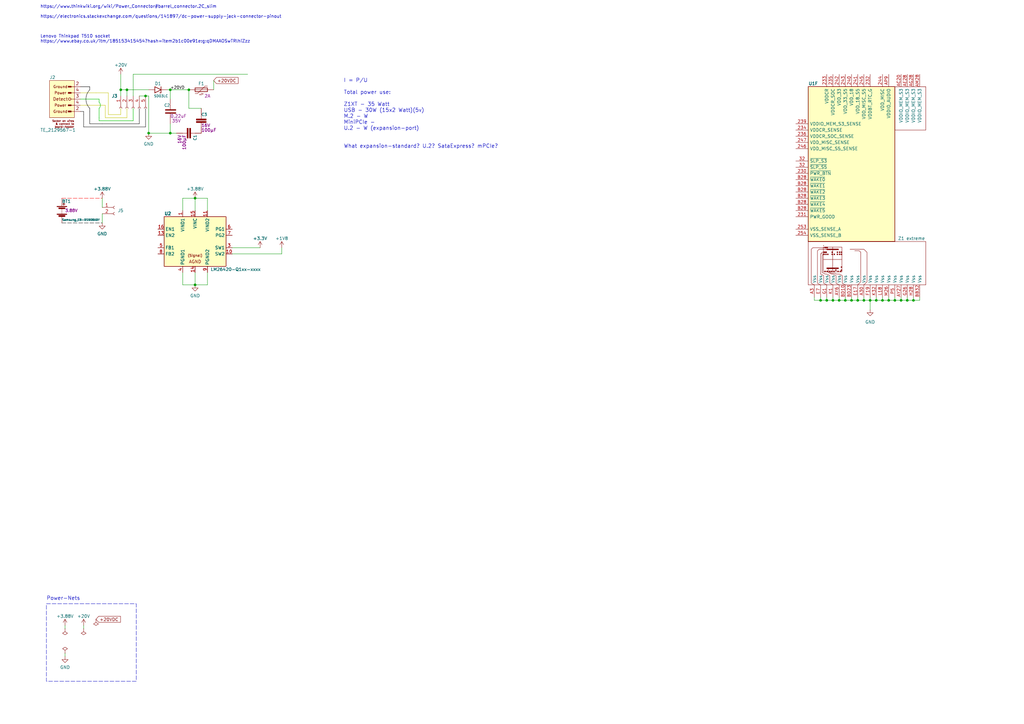
<source format=kicad_sch>
(kicad_sch (version 20230121) (generator eeschema)
  (paper "A3")
  (title_block (date "2023-05-06") (rev "A-A"))
  (junction (at 354.33 123.19))
  (junction (at 372.11 123.19))
  (junction (at 349.25 123.19))
  (junction (at 346.71 123.19))
  (junction (at 60.96 54.61))
  (junction (at 351.79 123.19))
  (junction (at 356.87 123.19))
  (junction (at 80.01 81.28))
  (junction (at 364.49 123.19))
  (junction (at 69.85 36.83))
  (junction (at 344.17 123.19))
  (junction (at 341.63 123.19))
  (junction (at 69.85 54.61))
  (junction (at 52.07 36.83))
  (junction (at 59.69 39.37))
  (junction (at 361.95 123.19))
  (junction (at 336.55 123.19))
  (junction (at 374.65 123.19))
  (junction (at 359.41 123.19))
  (junction (at 77.47 36.83))
  (junction (at 339.09 123.19))
  (junction (at 369.57 123.19))
  (junction (at 80.01 116.84))
  (junction (at 49.53 36.83))
  (junction (at 367.03 123.19))
  (wire (pts (xy 356.87 123.19) (xy 359.41 123.19)))
  (polyline (pts (xy 52.07 44.45) (xy 52.07 48.26)) (stroke (width 0) (color 194 194 0 1)))
  (wire (pts (xy 60.96 39.37) (xy 59.69 39.37)))
  (wire (pts (xy 344.17 121.92) (xy 344.17 123.19)))
  (wire (pts (xy 367.03 121.92) (xy 367.03 123.19)))
  (wire (pts (xy 354.33 123.19) (xy 356.87 123.19)))
  (wire (pts (xy 80.01 81.28) (xy 80.01 86.36)))
  (wire (pts (xy 85.09 81.28) (xy 85.09 86.36)))
  (polyline (pts (xy 34.29 45.72) (xy 34.29 46.99)) (stroke (width 0) (color 0 0 0 1)))
  (polyline (pts (xy 59.69 44.45) (xy 59.69 52.07)) (stroke (width 0) (color 0 0 0 1)))
  (wire (pts (xy 26.67 267.97) (xy 26.67 269.24)))
  (polyline (pts (xy 49.53 44.45) (xy 49.53 46.99)) (stroke (width 0) (color 194 194 0 1)))
  (polyline (pts (xy 33.02 35.56) (xy 36.83 35.56)) (stroke (width 0) (color 0 0 0 1)))
  (wire (pts (xy 52.07 36.83) (xy 52.07 39.37)))
  (polyline (pts (xy 54.61 44.45) (xy 54.61 49.53)) (stroke (width 0.18) (color 0 194 0 1)))
  (polyline (pts (xy 25.4 81.28) (xy 41.91 81.28)) (stroke (width 0) (type dash) (color 255 0 0 1)))
  (polyline (pts (xy 34.29 52.07) (xy 59.69 52.07)) (stroke (width 0) (color 0 0 0 1)))
  (wire (pts (xy 49.53 36.83) (xy 49.53 39.37)))
  (wire (pts (xy 367.03 123.19) (xy 369.57 123.19)))
  (wire (pts (xy 72.39 54.61) (xy 69.85 54.61)))
  (wire (pts (xy 364.49 123.19) (xy 367.03 123.19)))
  (wire (pts (xy 334.01 123.19) (xy 334.01 121.92)))
  (wire (pts (xy 69.85 36.83) (xy 68.58 36.83)))
  (polyline (pts (xy 40.64 49.53) (xy 54.61 49.53)) (stroke (width 0.18) (color 0 194 0 1)))
  (wire (pts (xy 41.91 81.28) (xy 41.91 85.09)))
  (wire (pts (xy 356.87 121.92) (xy 356.87 123.19)))
  (wire (pts (xy 60.96 39.37) (xy 60.96 54.61)))
  (polyline (pts (xy 41.91 50.8) (xy 36.83 50.8)) (stroke (width 0) (color 0 0 0 1)))
  (wire (pts (xy 372.11 121.92) (xy 372.11 123.19)))
  (wire (pts (xy 359.41 121.92) (xy 359.41 123.19)))
  (wire (pts (xy 57.15 39.37) (xy 59.69 39.37)))
  (wire (pts (xy 346.71 121.92) (xy 346.71 123.19)))
  (wire (pts (xy 349.25 121.92) (xy 349.25 123.19)))
  (wire (pts (xy 54.61 39.37) (xy 54.61 30.48)))
  (polyline (pts (xy 44.45 46.99) (xy 49.53 46.99)) (stroke (width 0) (color 194 194 0 1)))
  (wire (pts (xy 52.07 36.83) (xy 60.96 36.83)))
  (wire (pts (xy 354.33 121.92) (xy 354.33 123.19)))
  (wire (pts (xy 69.85 50.8) (xy 69.85 54.61)))
  (wire (pts (xy 359.41 123.19) (xy 361.95 123.19)))
  (wire (pts (xy 69.85 40.64) (xy 69.85 36.83)))
  (polyline (pts (xy 44.45 38.1) (xy 44.45 46.99)) (stroke (width 0) (color 194 194 0 1)))
  (wire (pts (xy 41.91 87.63) (xy 41.91 91.44)))
  (polyline (pts (xy 39.37 38.1) (xy 44.45 38.1)) (stroke (width 0) (color 194 194 0 1)))
  (wire (pts (xy 344.17 123.19) (xy 346.71 123.19)))
  (polyline (pts (xy 33.02 40.64) (xy 40.64 40.64)) (stroke (width 0.18) (color 0 194 0 1)))
  (wire (pts (xy 74.93 116.84) (xy 80.01 116.84)))
  (wire (pts (xy 74.93 111.76) (xy 74.93 116.84)))
  (wire (pts (xy 341.63 121.92) (xy 341.63 123.19)))
  (wire (pts (xy 377.19 121.92) (xy 377.19 123.19)))
  (wire (pts (xy 85.09 116.84) (xy 85.09 111.76)))
  (polyline (pts (xy 40.64 40.64) (xy 40.64 41.91)) (stroke (width 0.18) (color 0 194 0 1)))
  (wire (pts (xy 374.65 123.19) (xy 377.19 123.19)))
  (polyline (pts (xy 36.83 45.72) (xy 36.83 50.8)) (stroke (width 0) (color 0 0 0 1)))
  (wire (pts (xy 372.11 123.19) (xy 374.65 123.19)))
  (wire (pts (xy 54.61 30.48) (xy 101.6 30.48)))
  (wire (pts (xy 336.55 123.19) (xy 339.09 123.19)))
  (wire (pts (xy 52.07 36.83) (xy 49.53 36.83)))
  (wire (pts (xy 334.01 123.19) (xy 336.55 123.19)))
  (wire (pts (xy 346.71 123.19) (xy 349.25 123.19)))
  (wire (pts (xy 361.95 121.92) (xy 361.95 123.19)))
  (polyline (pts (xy 41.91 50.8) (xy 57.15 50.8)) (stroke (width 0) (color 0 0 0 1)))
  (wire (pts (xy 341.63 123.19) (xy 344.17 123.19)))
  (polyline (pts (xy 36.83 35.56) (xy 36.83 36.83)) (stroke (width 0) (color 0 0 0 1)))
  (wire (pts (xy 351.79 121.92) (xy 351.79 123.19)))
  (polyline (pts (xy 40.64 48.26) (xy 40.64 49.53)) (stroke (width 0.18) (color 0 194 0 1)))
  (wire (pts (xy 115.57 104.14) (xy 115.57 101.6)))
  (polyline (pts (xy 57.15 44.45) (xy 57.15 50.8)) (stroke (width 0) (color 0 0 0 1)))
  (wire (pts (xy 80.01 81.28) (xy 85.09 81.28)))
  (polyline (pts (xy 34.29 46.99) (xy 34.29 52.07)) (stroke (width 0) (color 0 0 0 1)))
  (polyline (pts (xy 40.64 48.26) (xy 40.64 44.45)) (stroke (width 0.18) (color 0 194 0 1)))
  (wire (pts (xy 95.25 104.14) (xy 115.57 104.14)))
  (wire (pts (xy 74.93 81.28) (xy 80.01 81.28)))
  (wire (pts (xy 369.57 121.92) (xy 369.57 123.19)))
  (wire (pts (xy 356.87 123.19) (xy 356.87 127)))
  (wire (pts (xy 336.55 121.92) (xy 336.55 123.19)))
  (polyline (pts (xy 33.02 45.72) (xy 34.29 45.72)) (stroke (width 0) (color 0 0 0 1)))
  (polyline (pts (xy 33.02 43.18) (xy 43.18 43.18)) (stroke (width 0) (color 194 194 0 1)))
  (polyline (pts (xy 43.18 43.18) (xy 43.18 48.26)) (stroke (width 0) (color 194 194 0 1)))
  (wire (pts (xy 74.93 81.28) (xy 74.93 86.36)))
  (wire (pts (xy 34.29 257.81) (xy 34.29 256.54)))
  (wire (pts (xy 87.63 33.02) (xy 87.63 36.83)))
  (wire (pts (xy 49.53 30.48) (xy 49.53 36.83)))
  (wire (pts (xy 80.01 116.84) (xy 85.09 116.84)))
  (wire (pts (xy 349.25 123.19) (xy 351.79 123.19)))
  (wire (pts (xy 361.95 123.19) (xy 364.49 123.19)))
  (wire (pts (xy 60.96 54.61) (xy 69.85 54.61)))
  (polyline (pts (xy 36.83 44.45) (xy 36.83 45.72)) (stroke (width 0) (color 0 0 0 1)))
  (polyline (pts (xy 43.18 48.26) (xy 52.07 48.26)) (stroke (width 0) (color 194 194 0 1)))
  (wire (pts (xy 106.68 101.6) (xy 95.25 101.6)))
  (wire (pts (xy 80.01 111.76) (xy 80.01 116.84)))
  (wire (pts (xy 374.65 121.92) (xy 374.65 123.19)))
  (wire (pts (xy 26.67 257.81) (xy 26.67 256.54)))
  (wire (pts (xy 77.47 44.45) (xy 82.55 44.45)))
  (polyline (pts (xy 25.4 91.44) (xy 41.91 91.44)) (stroke (width 0) (type dash) (color 0 0 0 1)))
  (wire (pts (xy 69.85 36.83) (xy 77.47 36.83)))
  (wire (pts (xy 369.57 123.19) (xy 372.11 123.19)))
  (wire (pts (xy 77.47 36.83) (xy 77.47 44.45)))
  (wire (pts (xy 339.09 123.19) (xy 341.63 123.19)))
  (wire (pts (xy 364.49 121.92) (xy 364.49 123.19)))
  (wire (pts (xy 339.09 121.92) (xy 339.09 123.19)))
  (wire (pts (xy 351.79 123.19) (xy 354.33 123.19)))
  (polyline (pts (xy 33.02 38.1) (xy 39.37 38.1)) (stroke (width 0) (color 194 194 0 1)))
  (arc (start 36.83 44.45) (mid 35.2518 40.64) (end 36.83 36.83) (stroke (width 0) (color 0 0 0 1)))
  (arc (start 40.64 41.91) (mid 41.166 43.18) (end 40.64 44.45) (stroke (width 0.18) (color 0 194 0 1)))
  (rectangle (start 19.05 247.65) (end 55.88 279.4) (stroke (width 0) (type dash)))
  (text "I = P/U\n\nTotal power use:\n\nZ1XT - 35 Watt\nUSB - 30W (15x2 Watt)(5v)\nM.2 - W\nMiniPCIe - \nU.2 - W (expansion-port)\n\n\nWhat expansion-standard? U.2? SataExpress? mPCIe?" (at 140.97 60.96 0) (effects (font (size 1.524 1.524)) (justify left bottom)))
  (text "Power-Nets" (at 19.05 246.38 0) (effects (font (size 1.524 1.524)) (justify left bottom)))
  (text "https://www.thinkwiki.org/wiki/Power_Connector#barrel_connector.2C_slim\n\nhttps://electronics.stackexchange.com/questions/141897/dc-power-supply-jack-connector-pinout" (at 16.51 7.62 0) (effects (font (size 1.27 1.27)) (justify left bottom)))
  (text "Lenovo Thinkpad T510 socket\nhttps://www.ebay.co.uk/itm/185153415454?hash=item2b1c00e91e:g:qDMAAOSwTRlhiZzz" (at 16.51 17.78 0) (effects (font (size 1.27 1.27)) (justify left bottom)))
  (label "+20VD" (at 69.85 36.83 0) (effects (font (size 1.143 1.143))))
  (global_label "+20VDC" (shape input) (at 39.37 254 0) (property "Intersheetrefs" "${INTERSHEET_REFS}" (effects hide)))
  (global_label "+20VDC" (shape input) (at 87.63 33.02 0) (property "Intersheetrefs" "${INTERSHEET_REFS}" (effects hide)))
  (symbol (lib_id "LRJ-parts:PPTC_SMD2920B200") (at 82.55 36.83 0) (unit 1)
    (property "Reference" "F1" (at 82.55 34.29 0))
    (property "Value" "PPTC_SMD2920B200" (effects hide))
    (property "Footprint" "LRJ:Fuse_Yageo_SMD2920B200TF_L7.3mm_W5.1mm" (effects hide))
    (property "Datasheet" "https://www.yageo.com/upload/media/product/products/datasheet/cpc/pptc/SMD2920_1.pdf" (effects hide))
    (property "Manufacturer" "Yageo " (effects hide))
    (property "MPN" "SMD2920B200TF/24" (effects hide))
    (property "Current - Hold (Ih) (Max)" "2A" (at 85.09 39.37 0))
    (property "Current - Trip (It)" "4A" (effects hide))
    (property "Voltage rating" "24V" (effects hide))
  )
  (symbol (lib_id "Connector:Conn_01x02_Socket") (at 46.99 85.09 0) (unit 1)
    (property "Reference" "J5" (at 48.26 86.36 0) (effects (justify left)))
    (property "Value" "Conn_01x02_Socket" (effects hide))
  )
  (symbol (lib_id "LRJ-parts:D_SD03LC") (at 64.77 36.83 180) (unit 1)
    (property "Reference" "D1" (at 64.77 34.29 0))
    (property "Value" "SD03LC" (at 66.04 39.37 0) (effects (font (size 1 1))))
    (property "Footprint" "Diode_SMD:D_SOD-323" (effects hide))
    (property "Datasheet" "https://www.smc-diodes.com/propdf/SD03LC%20THRU%20SD24LC%20N2248%20REV.A.pdf" (effects hide))
    (property "Manufacturer" "SMC Diode Solutions" (effects hide))
    (property "MPN" "SD03LC" (effects hide))
    (property "Current rating" "20A" (effects hide))
  )
  (symbol (lib_id "LRJ-parts:C_CGA2B1X7R1V224K") (at 69.85 45.72 0) (unit 1)
    (property "Reference" "C2" (at 67.31 43.18 0) (effects (font (size 1.143 1.143)) (justify left)))
    (property "Value" "C_CGA2B1X7R1V224K" (effects hide))
    (property "Footprint" "Capacitor_SMD:C_0402_1005Metric" (effects hide))
    (property "Datasheet" "https://product.tdk.com/system/files/dam/doc/product/capacitor/ceramic/mlcc/catalog/mlcc_automotive_general_en.pdf" (effects hide))
    (property "Manufacturer" "TDK Corporation" (effects hide))
    (property "MPN" "CGA2B1X7R1V224K050BC" (effects hide))
    (property "Capacitance" "0.22uF" (at 69.85 47.625 0) (effects (justify left)))
    (property "Voltage rating" "35V" (at 70.485 49.53 0) (effects (justify left)))
    (property "Tolerance" "±10% " (effects hide))
    (property "Temperature Coefficient " "X7S" (effects hide))
    (property "Operating Temperature" "-55°C to +125°C " (effects hide))
    (property "Status" "Active" (effects hide))
    (instances (project "Witchcraft-AA" (path "" (reference "C2") (unit 1)) (path "" (reference "C7") (unit 1))))
  )
  (symbol (lib_id "LRJ-parts:AMD_Z1_extreme") (at 351.79 68.58 0) (unit 6)
    (property "Reference" "U1" (at 331.47 34.29 0) (effects (font bold) (justify left)))
    (property "Value" "Z1 extreme" (at 368.3 97.79 0) (effects (justify left)))
    (property "Footprint" "LRJ:Package_BGA_FP8" (effects hide))
    (property "Manufacturer" "Advanced Micro Devices" (effects hide))
    (property "MPN" "100-000001131" (effects hide))
    (property "Details" "https://en.wikichip.org/wiki/amd/packages/socket_am5#Package_Diagrams" (effects hide))
  )
  (symbol (lib_id "power:PWR_FLAG") (at 34.29 257.81 180) (unit 1)
    (property "Reference" "#FLG03" (effects hide))
    (property "Value" "PWR_FLAG" (effects hide))
  )
  (symbol (lib_id "power:+1V8") (at 115.57 101.6 0) (unit 1)
    (property "Reference" "#PWR018" (effects hide))
    (property "Value" "+1V8" (at 115.57 97.79 0))
  )
  (symbol (lib_id "LRJ-parts:+3.88V") (at 80.01 81.28 0) (unit 1) (in_bom no)
    (property "Reference" "#PWR012" (effects hide))
    (property "Value" "+3.88V" (at 80.01 77.47 0))
  )
  (symbol (lib_id "LRJ-parts:TE_2129567-1") (at 25.4 40.64 0) (mirror y) (unit 1)
    (property "Reference" "J2" (at 20.32 31.75 0) (effects (justify right)))
    (property "Value" "TE_2129567-1" (at 16.51 53.34 0) (effects (justify right)))
    (property "Footprint" "LRJ:TE_2129567-1" (effects hide))
    (property "Datasheet" "https://www.te.com/usa-en/product-2129567-1.datasheet.pdf" (effects hide))
    (property "MPN" "2129567-1" (effects hide))
    (property "Manufacturer" "TE Connectivity AMP Connectors" (effects hide))
    (property "Voltage Rating" "25V" (effects hide))
    (property "Current Rating" "10.7A" (effects hide))
    (property "Status " "Active" (effects hide))
    (property "Sim.Enable" "0" (effects hide))
  )
  (symbol (lib_id "power:GND") (at 60.96 54.61 0) (mirror y) (unit 1)
    (property "Reference" "#PWR04" (effects hide))
    (property "Value" "GND" (at 60.96 59.055 0))
    (instances (project "Witchcraft-AA" (path "" (reference "#PWR04") (unit 1)) (path "" (reference "#PWR07") (unit 1))))
  )
  (symbol (lib_id "power:GND") (at 356.87 127 0) (unit 1)
    (property "Reference" "#PWR01" (effects hide))
    (property "Value" "GND" (at 356.87 132.08 0))
  )
  (symbol (lib_id "power:PWR_FLAG") (at 26.67 267.97 0) (unit 1)
    (property "Reference" "#FLG01" (effects hide))
    (property "Value" "PWR_FLAG" (effects hide))
  )
  (symbol (lib_id "power:GND") (at 26.67 269.24 0) (mirror y) (unit 1)
    (property "Reference" "#PWR04" (effects hide))
    (property "Value" "GND" (at 26.67 273.685 0))
    (instances (project "Witchcraft-AA" (path "" (reference "#PWR04") (unit 1)) (path "" (reference "#PWR010") (unit 1))))
  )
  (symbol (lib_id "LRJ-parts:C_EMK325ABJ107MM") (at 82.55 49.53 0) (mirror x) (unit 1)
    (property "Reference" "C3" (at 82.55 46.99 0) (effects (font (size 1.143 1.143)) (justify left)))
    (property "Value" "C_CC1210MKX5R7BB107" (effects hide))
    (property "Footprint" "Capacitor_SMD:C_1210_3225Metric" (effects hide))
    (property "Datasheet" "https://www.yageo.com/upload/media/product/products/datasheet/mlcc/UPY-GPHC_X5R_4V-to-50V_27.pdf" (effects hide))
    (property "Manufacturer" "Yageo" (effects hide))
    (property "MPN" "CC1210MKX5R7BB107" (effects hide))
    (property "Capacity" "100µF" (at 82.55 53.34 0) (effects (justify left)))
    (property "Voltage rating" "16V" (at 82.55 51.435 0) (effects (justify left)))
    (property "Temperature Coefficient" "X5R" (effects hide))
    (property "Tolerance" "±20%" (effects hide))
    (property "Status" "Active" (effects hide))
    (property "Mounting type" "SMD" (effects hide))
    (property "Operating Temperature" " -55°C to +85°C " (effects hide))
    (instances (project "Witchcraft-AA" (path "" (reference "C3") (unit 1)) (path "" (reference "C8") (unit 1))))
  )
  (symbol (lib_id "LRJ-parts:+20V") (at 34.29 256.54 0) (unit 1) (in_bom no)
    (property "Reference" "#PWR02" (effects hide))
    (property "Value" "+20V" (at 34.29 252.73 0))
    (property "Description" "Plus twenty volts." (effects hide))
    (instances (project "Witchcraft-AA" (path "" (reference "#PWR02") (unit 1)) (path "" (reference "#PWR011") (unit 1))))
  )
  (symbol (lib_id "power:GND") (at 41.91 91.44 0) (mirror y) (unit 1)
    (property "Reference" "#PWR04" (effects hide))
    (property "Value" "GND" (at 41.91 95.885 0))
    (instances (project "Witchcraft-AA" (path "" (reference "#PWR04") (unit 1)) (path "" (reference "#PWR08") (unit 1))))
  )
  (symbol (lib_id "LRJ-parts:LM26420-Q1XSxx-NOPB") (at 80.01 99.06 0) (unit 1)
    (property "Reference" "U2" (at 67.31 87.63 0) (effects (font bold) (justify left)))
    (property "Value" "LM26420-Q1xx-xxxx" (at 86.36 110.49 0) (effects (justify left)))
    (property "Footprint" "LRJ:Texas_RUM-0016A" (effects hide))
    (property "Datasheet" "http://www.ti.com/general/docs/suppproductinfo.tsp?distId=26&gotoUrl=https%3A%2F%2Fwww.ti.com%2Flit%2Fds%2Fsymlink%2Flm26420-q1.pdf" (effects hide))
    (property "Manufacturer" "Texas Instruments" (effects hide))
    (property "Status" "Active" (effects hide))
    (property "Voltage rating" "5.5V" (effects hide))
    (property "Current rating" "2A" (effects hide))
    (property "Operating temperature" "–40°C to +125°C" (effects hide))
  )
  (symbol (lib_id "LRJ-parts:Battery_Samsung_EB-BS908ABY") (at 25.4 86.36 0) (unit 1)
    (property "Reference" "BT1" (at 25.4 82.55 0) (effects (justify left)))
    (property "Value" "Samsung_EB-BS908ABY" (at 25.4 90.17 0) (effects (font (size 0.85 0.85)) (justify left)))
    (property "Footprint" "LRJ:Samsung_Battery_5000mAh_60x70mm" (effects hide))
    (property "Manufacturer" "Samsung SDI Vietnam Co., Ltd." (effects hide))
    (property "MPN" "EB-BS908ABY" (effects hide))
    (property "Voltage Rating" "3.88V" (at 26.67 86.36 0) (effects (font (size 1.1938 1.1938)) (justify left)))
    (property "Sim.Enable" "0" (effects hide))
  )
  (symbol (lib_id "power:+3.3V") (at 106.68 101.6 0) (unit 1)
    (property "Reference" "#PWR017" (effects hide))
    (property "Value" "+3.3V" (at 106.68 97.79 0))
  )
  (symbol (lib_id "Connector:Conn_01x05_Socket") (at 54.61 44.45 90) (mirror x) (unit 1)
    (property "Reference" "J3" (at 46.99 39.37 90) (effects (font bold)))
    (property "Value" "Conn_01x05_Socket" (effects hide))
    (property "Footprint" "Connector_PinHeader_1.27mm:PinHeader_1x05_P1.27mm_Vertical_SMD_Pin1Left" (effects hide))
  )
  (symbol (lib_id "LRJ-parts:+3.88V") (at 26.67 256.54 0) (unit 1) (in_bom no)
    (property "Reference" "#PWR09" (effects hide))
    (property "Value" "+3.88V" (at 26.67 252.73 0))
  )
  (symbol (lib_id "LRJ-parts:+3.88V") (at 41.91 81.28 0) (unit 1) (in_bom no)
    (property "Reference" "#PWR05" (effects hide))
    (property "Value" "+3.88V" (at 41.91 77.47 0))
  )
  (symbol (lib_id "power:PWR_FLAG") (at 26.67 257.81 180) (unit 1)
    (property "Reference" "#FLG02" (effects hide))
    (property "Value" "PWR_FLAG" (effects hide))
  )
  (symbol (lib_id "power:GND") (at 80.01 116.84 0) (mirror y) (unit 1)
    (property "Reference" "#PWR04" (effects hide))
    (property "Value" "GND" (at 80.01 121.285 0))
    (instances (project "Witchcraft-AA" (path "" (reference "#PWR04") (unit 1)) (path "" (reference "#PWR013") (unit 1))))
  )
  (symbol (lib_id "power:PWR_FLAG") (at 39.37 254 180) (unit 1)
    (property "Reference" "#FLG04" (effects hide))
    (property "Value" "PWR_FLAG" (effects hide))
  )
  (symbol (lib_id "LRJ-parts:C_EMK325ABJ107MM") (at 77.47 54.61 270) (unit 1)
    (property "Reference" "C1" (at 80.01 55.245 0) (effects (font (size 1.143 1.143)) (justify left)))
    (property "Value" "C_CC1210MKX5R7BB107" (effects hide))
    (property "Footprint" "Capacitor_SMD:C_1210_3225Metric" (effects hide))
    (property "Datasheet" "https://www.yageo.com/upload/media/product/products/datasheet/mlcc/UPY-GPHC_X5R_4V-to-50V_27.pdf" (effects hide))
    (property "Manufacturer" "Yageo" (effects hide))
    (property "MPN" "CC1210MKX5R7BB107" (effects hide))
    (property "Capacity" "100µF" (at 75.565 55.245 0) (effects (justify left)))
    (property "Voltage rating" "16V" (at 73.66 55.245 0) (effects (justify left)))
    (property "Temperature Coefficient" "X5R" (effects hide))
    (property "Tolerance" "±20%" (effects hide))
    (property "Status" "Active" (effects hide))
    (property "Mounting type" "SMD" (effects hide))
    (property "Operating Temperature" " -55°C to +85°C " (effects hide))
    (instances (project "Witchcraft-AA" (path "" (reference "C1") (unit 1)) (path "" (reference "C9") (unit 1))))
  )
  (symbol (lib_id "LRJ-parts:+20V") (at 49.53 30.48 0) (unit 1) (in_bom no)
    (property "Reference" "#PWR02" (effects hide))
    (property "Value" "+20V" (at 49.53 26.67 0))
    (property "Description" "Plus twenty volts." (effects hide))
    (instances (project "Witchcraft-AA" (path "" (reference "#PWR02") (unit 1)) (path "" (reference "#PWR06") (unit 1))))
  )
)
</source>
